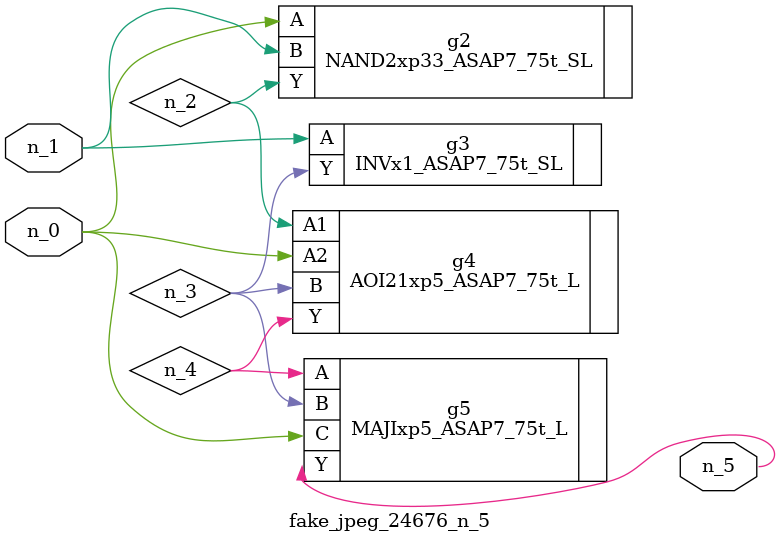
<source format=v>
module fake_jpeg_24676_n_5 (n_0, n_1, n_5);

input n_0;
input n_1;

output n_5;

wire n_3;
wire n_2;
wire n_4;

NAND2xp33_ASAP7_75t_SL g2 ( 
.A(n_0),
.B(n_1),
.Y(n_2)
);

INVx1_ASAP7_75t_SL g3 ( 
.A(n_1),
.Y(n_3)
);

AOI21xp5_ASAP7_75t_L g4 ( 
.A1(n_2),
.A2(n_0),
.B(n_3),
.Y(n_4)
);

MAJIxp5_ASAP7_75t_L g5 ( 
.A(n_4),
.B(n_3),
.C(n_0),
.Y(n_5)
);


endmodule
</source>
